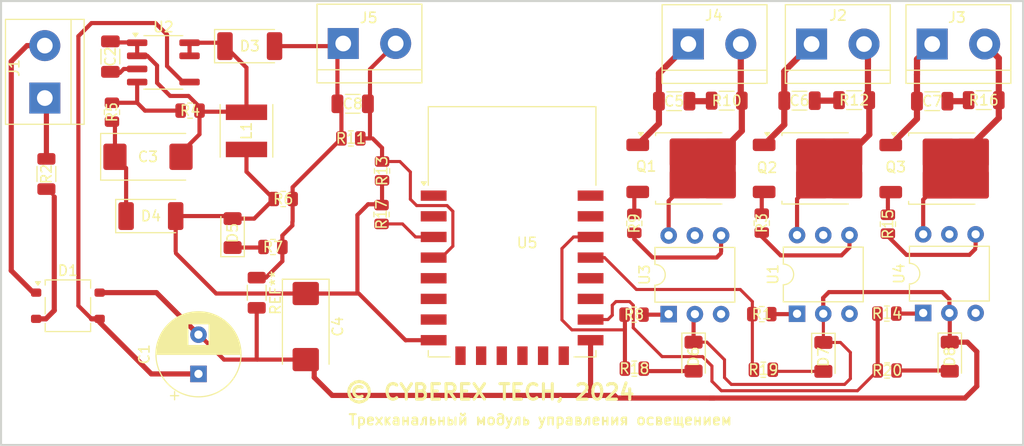
<source format=kicad_pcb>
(kicad_pcb (version 20240108) (generator "pcbnew") (generator_version "8.0")
  (layers (0 "F.Cu" signal) (31 "B.Cu" signal) (34 "B.Paste" user) (35 "F.Paste" user) (36 "B.SilkS" user "B.Silkscreen") (37 "F.SilkS" user "F.Silkscreen") (38 "B.Mask" user) (39 "F.Mask" user) (44 "Edge.Cuts" user))
  (net 0 "")
  (net 1 "GND")
  (net 2 "Net-(U2-BP)")
  (net 3 "Net-(D3-K)")
  (net 4 "Net-(D4-K)")
  (net 5 "VCC")
  (net 6 "Net-(C5-Pad1)")
  (net 7 "Net-(J4-Pin_1)")
  (net 8 "Net-(J2-Pin_1)")
  (net 9 "Net-(C6-Pad1)")
  (net 10 "Net-(J3-Pin_1)")
  (net 11 "Net-(C7-Pad1)")
  (net 12 "Net-(J5-Pin_2)")
  (net 13 "Net-(J1-Pin_2)")
  (net 14 "Net-(D1-Pad2)")
  (net 15 "Net-(D1-+)")
  (net 16 "Net-(D5-K)")
  (net 17 "Net-(D6-A)")
  (net 18 "Net-(D7-A)")
  (net 19 "Net-(D8-A)")
  (net 20 "Net-(J1-Pin_1)")
  (net 21 "Net-(J2-Pin_2)")
  (net 22 "Net-(J3-Pin_2)")
  (net 23 "Net-(J4-Pin_2)")
  (net 24 "Net-(Q1-G)")
  (net 25 "Net-(Q2-G)")
  (net 26 "Net-(Q3-G)")
  (net 27 "Net-(U5-GPIO4)")
  (net 28 "Net-(R1-Pad1)")
  (net 29 "Net-(R3-Pad1)")
  (net 30 "Net-(U2-FB)")
  (net 31 "Net-(U5-GPIO5)")
  (net 32 "Net-(R8-Pad1)")
  (net 33 "Net-(R9-Pad1)")
  (net 34 "Net-(U5-GPIO15)")
  (net 35 "Net-(R14-Pad1)")
  (net 36 "Net-(R15-Pad1)")
  (net 37 "Net-(U5-EN)")
  (footprint "Package_TO_SOT_SMD:TO-269AA" (layer "F.Cu") (at 127.9144 105.0036)
    (property "Reference" "D1")
    (property "Value" "RMB4S")
  )
  (footprint "Resistor_SMD:R_0805_2012Metric" (layer "F.Cu") (at 155.321 88.7984 180)
    (property "Reference" "R11")
    (property "Value" "4.7k")
  )
  (footprint "Package_DIP:DIP-6_W7.62mm" (layer "F.Cu") (at 186.1058 105.8164 90)
    (property "Reference" "U3")
    (property "Value" "MOC3052M")
  )
  (footprint "Resistor_SMD:R_0805_2012Metric" (layer "F.Cu") (at 195.1247 105.8164 180)
    (property "Reference" "R1")
    (property "Value" "330")
  )
  (footprint "TerminalBlock:TerminalBlock_bornier-2_P5.08mm" (layer "F.Cu") (at 125.6792 84.8868 90)
    (property "Reference" "J1")
    (property "Value" "input 240V AC")
  )
  (footprint "Resistor_SMD:R_0805_2012Metric" (layer "F.Cu") (at 182.7511 105.8672 180)
    (property "Reference" "R8")
    (property "Value" "330")
  )
  (footprint "Resistor_SMD:R_0805_2012Metric" (layer "F.Cu") (at 148.7697 94.6658)
    (property "Reference" "R6")
    (property "Value" "1.5k")
  )
  (footprint "TerminalBlock:TerminalBlock_bornier-2_P5.08mm" (layer "F.Cu") (at 188.0108 79.6544)
    (property "Reference" "J4")
    (property "Value" "CHANNEL 1")
  )
  (footprint "Resistor_SMD:R_0805_2012Metric" (layer "F.Cu") (at 139.7489 86.106)
    (property "Reference" "R4")
    (property "Value" "2k")
  )
  (footprint "LED_SMD:LED_1206_3216Metric" (layer "F.Cu") (at 213.3346 109.9342 -90)
    (property "Reference" "D8")
    (property "Value" "LED")
  )
  (footprint "Capacitor_SMD:C_1206_3216Metric" (layer "F.Cu") (at 186.6374 85.1916 180)
    (property "Reference" "C5")
    (property "Value" "10n")
  )
  (footprint "Capacitor_SMD:C_1206_3216Metric" (layer "F.Cu") (at 198.7786 85.1408 180)
    (property "Reference" "C6")
    (property "Value" "10n")
  )
  (footprint "Resistor_SMD:R_0805_2012Metric" (layer "F.Cu") (at 158.3436 91.9461 90)
    (property "Reference" "R13")
    (property "Value" "1k")
  )
  (footprint "Capacitor_Tantalum_SMD:CP_EIA-7343-31_Kemet-D_Pad2.25x2.55mm_HandSolder" (layer "F.Cu") (at 150.9522 107.02 -90)
    (property "Reference" "C4")
    (property "Value" "100uF 16V")
  )
  (footprint "Package_SO:SOP-8_3.76x4.96mm_P1.27mm" (layer "F.Cu") (at 137.16 81.4324)
    (property "Reference" "U2")
    (property "Value" "LNK306G")
  )
  (footprint "Resistor_SMD:R_0805_2012Metric" (layer "F.Cu") (at 132.1816 86.2565 -90)
    (property "Reference" "R5")
    (property "Value" "2.2k")
  )
  (footprint "Resistor_SMD:R_0805_2012Metric" (layer "F.Cu") (at 158.2928 96.1663 -90)
    (property "Reference" "R17")
    (property "Value" "1k")
  )
  (footprint "LED_SMD:LED_1206_3216Metric" (layer "F.Cu") (at 201.0918 109.9596 -90)
    (property "Reference" "D7")
    (property "Value" "LED")
  )
  (footprint "Capacitor_SMD:C_1206_3216Metric" (layer "F.Cu") (at 211.631 85.1916 180)
    (property "Reference" "C7")
    (property "Value" "10n")
  )
  (footprint "Package_TO_SOT_SMD:TO-252-2" (layer "F.Cu") (at 188.1486 91.7)
    (property "Reference" "Q1")
    (property "Value" "BT136-600")
  )
  (footprint "Resistor_SMD:R_1206_3216Metric" (layer "F.Cu") (at 125.8316 92.2421 -90)
    (property "Reference" "R2")
    (property "Value" "2")
  )
  (footprint "Capacitor_SMD:C_1206_3216Metric" (layer "F.Cu") (at 132.0292 80.8718 -90)
    (property "Reference" "C2")
    (property "Value" "100n")
  )
  (footprint "Resistor_SMD:R_1206_3216Metric" (layer "F.Cu") (at 191.7299 85.1408 180)
    (property "Reference" "R10")
    (property "Value" "39")
  )
  (footprint "Resistor_SMD:R_0805_2012Metric" (layer "F.Cu") (at 207.3402 97.1061 90)
    (property "Reference" "R15")
    (property "Value" "600")
  )
  (footprint "Resistor_SMD:R_0805_2012Metric" (layer "F.Cu") (at 207.2659 111.2774)
    (property "Reference" "R20")
    (property "Value" "470")
  )
  (footprint "Diode_SMD:D_MELF" (layer "F.Cu") (at 135.9538 96.3168)
    (property "Reference" "D4")
    (property "Value" "UF4005 US1J")
  )
  (footprint "Package_TO_SOT_SMD:TO-252-2" (layer "F.Cu") (at 200.3914 91.7)
    (property "Reference" "Q2")
    (property "Value" "BT136-600")
  )
  (footprint "Resistor_SMD:R_1206_3216Metric" (layer "F.Cu") (at 216.6219 85.09 180)
    (property "Reference" "R16")
    (property "Value" "39")
  )
  (footprint "Resistor_SMD:R_0805_2012Metric" (layer "F.Cu") (at 182.7784 97.0261 90)
    (property "Reference" "R9")
    (property "Value" "600")
  )
  (footprint "Capacitor_Tantalum_SMD:CP_EIA-7343-31_Kemet-D_Pad2.25x2.55mm_HandSolder" (layer "F.Cu") (at 135.6712 90.5764)
    (property "Reference" "C3")
    (property "Value" "10uF 16V")
  )
  (footprint "Resistor_SMD:R_1206_3216Metric" (layer "F.Cu") (at 204.0743 85.09 180)
    (property "Reference" "R12")
    (property "Value" "39")
  )
  (footprint "LED_SMD:LED_1206_3216Metric" (layer "F.Cu") (at 143.8656 97.9648 90)
    (property "Reference" "D5")
    (property "Value" "LED")
  )
  (footprint "Resistor_SMD:R_1206_3216Metric" (layer "F.Cu") (at 146.2024 103.7443 -90)
    (property "Reference" "REF**")
    (property "Value" "R_1206_3216Metric")
  )
  (footprint "Capacitor_THT:CP_Radial_D8.0mm_P3.80mm" (layer "F.Cu") (at 140.5636 111.606851 90)
    (property "Reference" "C1")
    (property "Value" "10uF 400V")
  )
  (footprint "Package_TO_SOT_SMD:TO-252-2" (layer "F.Cu") (at 212.6574 91.7184)
    (property "Reference" "Q3")
    (property "Value" "BT136-600")
  )
  (footprint "TerminalBlock:TerminalBlock_bornier-2_P5.08mm" (layer "F.Cu") (at 154.5844 79.6036)
    (property "Reference" "J5")
    (property "Value" "SWITCH")
  )
  (footprint "Resistor_SMD:R_0805_2012Metric" (layer "F.Cu") (at 147.7753 99.314 180)
    (property "Reference" "R7")
    (property "Value" "470")
  )
  (footprint "Resistor_SMD:R_0805_2012Metric" (layer "F.Cu") (at 195.1228 97.0007 90)
    (property "Reference" "R3")
    (property "Value" "600")
  )
  (footprint "Package_DIP:DIP-6_W7.62mm" (layer "F.Cu") (at 198.5414 105.781 90)
    (property "Reference" "U1")
    (property "Value" "MOC3052M")
  )
  (footprint "Capacitor_SMD:C_1206_3216Metric" (layer "F.Cu") (at 155.497 85.4456)
    (property "Reference" "C8")
    (property "Value" "100n")
  )
  (footprint "Inductor_SMD:L_Taiyo-Yuden_NR-50xx" (layer "F.Cu") (at 145.2118 88.0652 -90)
    (property "Reference" "L1")
    (property "Value" "1mH")
  )
  (footprint "Package_DIP:DIP-6_W7.62mm" (layer "F.Cu") (at 210.7588 105.7048 90)
    (property "Reference" "U4")
    (property "Value" "MOC3052M")
  )
  (footprint "Resistor_SMD:R_0805_2012Metric" (layer "F.Cu") (at 207.2405 105.7656 180)
    (property "Reference" "R14")
    (property "Value" "330")
  )
  (footprint "TerminalBlock:TerminalBlock_bornier-2_P5.08mm" (layer "F.Cu") (at 199.9488 79.6544)
    (property "Reference" "J2")
    (property "Value" "CHANNEL 2")
  )
  (footprint "TerminalBlock:TerminalBlock_bornier-2_P5.08mm" (layer "F.Cu") (at 211.6328 79.6544)
    (property "Reference" "J3")
    (property "Value" "CHANNEL 3")
  )
  (footprint "Diode_SMD:D_MELF" (layer "F.Cu") (at 145.5296 79.8576)
    (property "Reference" "D3")
    (property "Value" "UF4005 US1J")
  )
  (footprint "Resistor_SMD:R_0805_2012Metric" (layer "F.Cu") (at 182.7803 111.0996)
    (property "Reference" "R18")
    (property "Value" "470")
  )
  (footprint "RF_Module:ESP-12E" (layer "F.Cu") (at 170.942 97.8408)
    (property "Reference" "U5")
    (property "Value" "ESP-12E")
  )
  (footprint "Resistor_SMD:R_0805_2012Metric" (layer "F.Cu") (at 195.2771 111.2012)
    (property "Reference" "R19")
    (property "Value" "470")
  )
  (footprint "LED_SMD:LED_1206_3216Metric" (layer "F.Cu") (at 188.5188 109.9342 -90)
    (property "Reference" "D6")
    (property "Value" "LED")
  )
  (gr_rect (start 121.4374 75.4888) (end 220.4374 118.4888) (stroke (width 0.2)) (fill none) (layer "Edge.Cuts"))
  (gr_text "© CYBEREX TECH, 2024" (at 154.6352 114.2492 0) (layer "F.SilkS") (effects (font (size 1.5 1.5) (thickness 0.3) (bold yes)) (justify left bottom)))
  (gr_text "Трехканальный модуль управления освещением" (at 154.9908 116.6368 0) (layer "F.SilkS") (effects (font (size 1 1) (thickness 0.2) (bold yes)) (justify left bottom)))
  (segment (start 150.9522 110.22) (end 151.773 111.0408) (width 0.2) (layer "F.Cu") (net 1))
  (segment (start 147.0954 102.2818) (end 148.6878 100.6894) (width 0.4) (layer "F.Cu") (net 1))
  (segment (start 213.2988 104.3836) (end 212.598 103.6828) (width 0.4) (layer "F.Cu") (net 1))
  (segment (start 151.773 111.9458) (end 153.5176 113.6904) (width 0.5) (layer "F.Cu") (net 1))
  (segment (start 203.708 109.5248) (end 202.7428 108.5596) (width 0.3) (layer "F.Cu") (net 1))
  (segment (start 201.0664 104.2416) (end 201.0664 104.4448) (width 0.4) (layer "F.Cu") (net 1))
  (segment (start 146.2532 110.22) (end 150.9522 110.22) (width 0.4) (layer "F.Cu") (net 1))
  (segment (start 149.6568 97.2312) (end 149.6568 96.8756) (width 0.4) (layer "F.Cu") (net 1))
  (segment (start 188.5188 105.9434) (end 188.6458 105.8164) (width 0.2) (layer "F.Cu") (net 1))
  (segment (start 130.9894 103.7336) (end 136.490349 103.7336) (width 0.5) (layer "F.Cu") (net 1))
  (segment (start 153.5176 113.6904) (end 180.848 113.6904) (width 0.5) (layer "F.Cu") (net 1))
  (segment (start 154.4085 88.7984) (end 154.4085 85.8321) (width 0.4) (layer "F.Cu") (net 1))
  (segment (start 148.6878 100.6894) (end 148.6878 99.314) (width 0.4) (layer "F.Cu") (net 1))
  (segment (start 201.0814 104.4598) (end 201.0814 105.781) (width 0.4) (layer "F.Cu") (net 1))
  (segment (start 146.2024 102.2818) (end 147.0954 102.2818) (width 0.4) (layer "F.Cu") (net 1))
  (segment (start 178.542 108.3408) (end 178.542 113.6904) (width 0.5) (layer "F.Cu") (net 1))
  (segment (start 154.022 80.166) (end 154.5844 79.6036) (width 0.2) (layer "F.Cu") (net 1))
  (segment (start 136.490349 103.7336) (end 140.5636 107.806851) (width 0.5) (layer "F.Cu") (net 1))
  (segment (start 201.0918 108.5596) (end 201.0918 105.7914) (width 0.3) (layer "F.Cu") (net 1))
  (segment (start 215.9508 112.8014) (end 215.9508 109.4486) (width 0.5) (layer "F.Cu") (net 1))
  (segment (start 178.542 113.6904) (end 180.848 113.6904) (width 0.2) (layer "F.Cu") (net 1))
  (segment (start 214.8078 113.9444) (end 215.9508 112.8014) (width 0.5) (layer "F.Cu") (net 1))
  (segment (start 181.102 113.9444) (end 190.5508 113.9444) (width 0.5) (layer "F.Cu") (net 1))
  (segment (start 213.3346 108.5342) (end 213.3346 105.7406) (width 0.4) (layer "F.Cu") (net 1))
  (segment (start 202.7428 108.5596) (end 201.0918 108.5596) (width 0.3) (layer "F.Cu") (net 1))
  (segment (start 213.2988 105.7048) (end 213.2988 104.3836) (width 0.4) (layer "F.Cu") (net 1))
  (segment (start 192.1764 112.6236) (end 203.1492 112.6236) (width 0.3) (layer "F.Cu") (net 1))
  (segment (start 147.9296 79.8576) (end 154.3304 79.8576) (width 0.4) (layer "F.Cu") (net 1))
  (segment (start 215.9508 109.4486) (end 215.0364 108.5342) (width 0.5) (layer "F.Cu") (net 1))
  (segment (start 148.6878 99.314) (end 148.6878 98.2002) (width 0.4) (layer "F.Cu") (net 1))
  (segment (start 212.598 103.6828) (end 201.6252 103.6828) (width 0.4) (layer "F.Cu") (net 1))
  (segment (start 190.0428 113.9444) (end 214.8078 113.9444) (width 0.5) (layer "F.Cu") (net 1))
  (segment (start 140.623651 107.806851) (end 143.0368 110.22) (width 0.4) (layer "F.Cu") (net 1))
  (segment (start 191.516 111.9632) (end 192.1764 112.6236) (width 0.3) (layer "F.Cu") (net 1))
  (segment (start 143.0368 110.22) (end 146.2532 110.22) (width 0.4) (layer "F.Cu") (net 1))
  (segment (start 149.6822 93.5247) (end 154.4085 88.7984) (width 0.4) (layer "F.Cu") (net 1))
  (segment (start 149.6822 96.8502) (end 149.6822 94.6658) (width 0.4) (layer "F.Cu") (net 1))
  (segment (start 203.1492 112.6236) (end 203.708 112.0648) (width 0.3) (layer "F.Cu") (net 1))
  (segment (start 201.6252 103.6828) (end 201.0664 104.2416) (width 0.4) (layer "F.Cu") (net 1))
  (segment (start 201.0918 105.7914) (end 201.0814 105.781) (width 0.2) (layer "F.Cu") (net 1))
  (segment (start 151.773 111.0408) (end 151.773 111.9458) (width 0.5) (layer "F.Cu") (net 1))
  (segment (start 189.8142 108.5342) (end 191.516 110.236) (width 0.3) (layer "F.Cu") (net 1))
  (segment (start 148.6878 98.2002) (end 149.6568 97.2312) (width 0.4) (layer "F.Cu") (net 1))
  (segment (start 191.516 110.236) (end 191.516 111.9632) (width 0.3) (layer "F.Cu") (net 1))
  (segment (start 188.5188 108.5342) (end 189.8142 108.5342) (width 0.3) (layer "F.Cu") (net 1))
  (segment (start 201.0664 104.4448) (end 201.0814 104.4598) (width 0.2) (layer "F.Cu") (net 1))
  (segment (start 213.3346 105.7406) (end 213.2988 105.7048) (width 0.2) (layer "F.Cu") (net 1))
  (segment (start 154.4085 85.8321) (end 154.022 85.4456) (width 0.2) (layer "F.Cu") (net 1))
  (segment (start 149.6822 94.6658) (end 149.6822 93.5247) (width 0.4) (layer "F.Cu") (net 1))
  (segment (start 154.022 85.4456) (end 154.022 80.166) (width 0.4) (layer "F.Cu") (net 1))
  (segment (start 149.6568 96.8756) (end 149.6822 96.8502) (width 0.2) (layer "F.Cu") (net 1))
  (segment (start 146.2024 110.1692) (end 146.2532 110.22) (width 0.2) (layer "F.Cu") (net 1))
  (segment (start 154.3304 79.8576) (end 154.5844 79.6036) (width 0.2) (layer "F.Cu") (net 1))
  (segment (start 180.848 113.6904) (end 181.102 113.9444) (width 0.5) (layer "F.Cu") (net 1))
  (segment (start 146.2024 105.2068) (end 146.2024 110.1692) (width 0.4) (layer "F.Cu") (net 1))
  (segment (start 215.0364 108.5342) (end 213.3346 108.5342) (width 0.5) (layer "F.Cu") (net 1))
  (segment (start 203.708 112.0648) (end 203.708 109.5248) (width 0.3) (layer "F.Cu") (net 1))
  (segment (start 140.5636 107.806851) (end 140.623651 107.806851) (width 0.2) (layer "F.Cu") (net 1))
  (segment (start 188.5188 108.5342) (end 188.5188 105.9434) (width 0.4) (layer "F.Cu") (net 1))
  (segment (start 132.9436 82.4484) (end 133.3246 82.0674) (width 0.4) (layer "F.Cu") (net 2))
  (segment (start 131.572 82.4484) (end 132.9436 82.4484) (width 0.4) (layer "F.Cu") (net 2))
  (segment (start 133.3246 82.0674) (end 134.6225 82.0674) (width 0.4) (layer "F.Cu") (net 2))
  (segment (start 145.2118 81.9398) (end 143.1296 79.8576) (width 0.4) (layer "F.Cu") (net 3))
  (segment (start 138.8712 90.186) (end 140.6652 88.392) (width 0.4) (layer "F.Cu") (net 3))
  (segment (start 139.6975 79.5274) (end 142.7994 79.5274) (width 0.4) (layer "F.Cu") (net 3))
  (segment (start 131.572 79.4984) (end 134.5935 79.4984) (width 0.4) (layer "F.Cu") (net 3))
  (segment (start 145.2118 86.2652) (end 145.2118 81.9398) (width 0.4) (layer "F.Cu") (net 3))
  (segment (start 140.6614 85.7466) (end 140.6614 86.106) (width 0.2) (layer "F.Cu") (net 3))
  (segment (start 140.6614 88.3882) (end 140.6614 86.2076) (width 0.4) (layer "F.Cu") (net 3))
  (segment (start 142.7994 79.5274) (end 143.1296 79.8576) (width 0.2) (layer "F.Cu") (net 3))
  (segment (start 139.5984 84.6836) (end 140.6614 85.7466) (width 0.4) (layer "F.Cu") (net 3))
  (segment (start 136.5504 83.4136) (end 137.8204 84.6836) (width 0.4) (layer "F.Cu") (net 3))
  (segment (start 134.5935 79.4984) (end 134.6225 79.5274) (width 0.2) (layer "F.Cu") (net 3))
  (segment (start 138.8712 90.5764) (end 138.8712 90.186) (width 0.2) (layer "F.Cu") (net 3))
  (segment (start 139.6975 80.7974) (end 139.6975 79.5274) (width 0.4) (layer "F.Cu") (net 3))
  (segment (start 145.1542 86.2076) (end 145.2118 86.2652) (width 0.2) (layer "F.Cu") (net 3))
  (segment (start 134.6225 80.7974) (end 135.609999 80.7974) (width 0.4) (layer "F.Cu") (net 3))
  (segment (start 137.8204 84.6836) (end 139.5984 84.6836) (width 0.4) (layer "F.Cu") (net 3))
  (segment (start 136.5504 81.737801) (end 136.5504 83.4136) (width 0.4) (layer "F.Cu") (net 3))
  (segment (start 140.6614 86.2076) (end 145.1542 86.2076) (width 0.4) (layer "F.Cu") (net 3))
  (segment (start 134.6225 80.7974) (end 134.6225 79.5274) (width 0.4) (layer "F.Cu") (net 3))
  (segment (start 140.6652 88.392) (end 140.6614 88.3882) (width 0.2) (layer "F.Cu") (net 3))
  (segment (start 135.609999 80.7974) (end 136.5504 81.737801) (width 0.4) (layer "F.Cu") (net 3))
  (segment (start 132.4712 90.5764) (end 132.4712 87.4586) (width 0.4) (layer "F.Cu") (net 4))
  (segment (start 133.5538 96.3168) (end 133.5538 91.659) (width 0.4) (layer "F.Cu") (net 4))
  (segment (start 133.5538 91.659) (end 132.4712 90.5764) (width 0.2) (layer "F.Cu") (net 4))
  (segment (start 132.4712 87.4586) (end 132.1816 87.169) (width 0.2) (layer "F.Cu") (net 4))
  (segment (start 145.9582 96.5648) (end 147.8572 94.6658) (width 0.4) (layer "F.Cu") (net 5))
  (segment (start 155.956 96.2152) (end 156.972 95.1992) (width 0.4) (layer "F.Cu") (net 5))
  (segment (start 160.6452 108.3408) (end 163.342 108.3408) (width 0.4) (layer "F.Cu") (net 5))
  (segment (start 156.9974 95.1738) (end 158.2458 95.1738) (width 0.4) (layer "F.Cu") (net 5))
  (segment (start 142.2756 103.82) (end 138.3792 99.9236) (width 0.4) (layer "F.Cu") (net 5))
  (segment (start 155.956 103.82) (end 155.956 96.2152) (width 0.4) (layer "F.Cu") (net 5))
  (segment (start 150.9522 103.82) (end 155.956 103.82) (width 0.4) (layer "F.Cu") (net 5))
  (segment (start 138.3538 96.3168) (end 143.6176 96.3168) (width 0.4) (layer "F.Cu") (net 5))
  (segment (start 138.3538 99.7458) (end 138.3538 96.3168) (width 0.4) (layer "F.Cu") (net 5))
  (segment (start 145.2118 89.8652) (end 145.2118 92.0204) (width 0.4) (layer "F.Cu") (net 5))
  (segment (start 143.6176 96.3168) (end 143.8656 96.5648) (width 0.2) (layer "F.Cu") (net 5))
  (segment (start 156.0932 103.82) (end 160.6296 108.3564) (width 0.4) (layer "F.Cu") (net 5))
  (segment (start 156.972 95.1992) (end 156.9974 95.1738) (width 0.4) (layer "F.Cu") (net 5))
  (segment (start 158.3436 92.8586) (end 158.3436 95.076) (width 0.4) (layer "F.Cu") (net 5))
  (segment (start 143.8656 96.5648) (end 145.9582 96.5648) (width 0.4) (layer "F.Cu") (net 5))
  (segment (start 150.9522 103.82) (end 142.2756 103.82) (width 0.4) (layer "F.Cu") (net 5))
  (segment (start 138.3792 99.7712) (end 138.3538 99.7458) (width 0.2) (layer "F.Cu") (net 5))
  (segment (start 160.6296 108.3564) (end 160.6452 108.3408) (width 0.2) (layer "F.Cu") (net 5))
  (segment (start 145.2118 92.0204) (end 147.8572 94.6658) (width 0.4) (layer "F.Cu") (net 5))
  (segment (start 138.3792 99.9236) (end 138.3792 99.7712) (width 0.2) (layer "F.Cu") (net 5))
  (segment (start 158.3436 95.076) (end 158.2458 95.1738) (width 0.2) (layer "F.Cu") (net 5))
  (segment (start 155.956 103.82) (end 156.0932 103.82) (width 0.2) (layer "F.Cu") (net 5))
  (segment (start 190.2166 85.1916) (end 190.2674 85.1408) (width 0.2) (layer "F.Cu") (net 6))
  (segment (start 188.1124 85.1916) (end 190.2166 85.1916) (width 0.6) (layer "F.Cu") (net 6))
  (segment (start 185.166 83.0072) (end 185.1624 83.0108) (width 0.2) (layer "F.Cu") (net 7))
  (segment (start 183.1086 89.42) (end 185.1624 87.3662) (width 0.6) (layer "F.Cu") (net 7))
  (segment (start 185.166 82.4992) (end 185.166 83.0072) (width 0.6) (layer "F.Cu") (net 7))
  (segment (start 188.0108 79.6544) (end 185.166 82.4992) (width 0.6) (layer "F.Cu") (net 7))
  (segment (start 185.1624 83.0108) (end 185.1624 85.1916) (width 0.6) (layer "F.Cu") (net 7))
  (segment (start 185.1624 87.3662) (end 185.1624 85.1916) (width 0.6) (layer "F.Cu") (net 7))
  (segment (start 197.3036 82.2996) (end 199.9488 79.6544) (width 0.6) (layer "F.Cu") (net 8))
  (segment (start 195.3514 89.42) (end 197.3036 87.4678) (width 0.6) (layer "F.Cu") (net 8))
  (segment (start 197.3036 85.1408) (end 197.3036 82.2996) (width 0.6) (layer "F.Cu") (net 8))
  (segment (start 197.3036 87.4678) (end 197.3036 85.1408) (width 0.6) (layer "F.Cu") (net 8))
  (segment (start 200.2536 85.1408) (end 202.561 85.1408) (width 0.6) (layer "F.Cu") (net 9))
  (segment (start 202.561 85.1408) (end 202.6118 85.09) (width 0.2) (layer "F.Cu") (net 9))
  (segment (start 210.156 86.8998) (end 210.156 85.1916) (width 0.6) (layer "F.Cu") (net 10))
  (segment (start 210.1596 82.6008) (end 210.156 82.6044) (width 0.2) (layer "F.Cu") (net 10))
  (segment (start 207.6174 89.4384) (end 210.156 86.8998) (width 0.6) (layer "F.Cu") (net 10))
  (segment (start 210.1596 81.1276) (end 210.1596 82.6008) (width 0.6) (layer "F.Cu") (net 10))
  (segment (start 210.156 82.6044) (end 210.156 85.1916) (width 0.6) (layer "F.Cu") (net 10))
  (segment (start 211.6328 79.6544) (end 210.1596 81.1276) (width 0.6) (layer "F.Cu") (net 10))
  (segment (start 215.0578 85.1916) (end 215.1594 85.09) (width 0.2) (layer "F.Cu") (net 11))
  (segment (start 213.106 85.1916) (end 215.0578 85.1916) (width 0.6) (layer "F.Cu") (net 11))
  (segment (start 160.0708 91.0336) (end 161.0868 92.0496) (width 0.3) (layer "F.Cu") (net 12))
  (segment (start 157.1752 82.0928) (end 159.6644 79.6036) (width 0.4) (layer "F.Cu") (net 12))
  (segment (start 165.2016 99.2312) (end 164.092 100.3408) (width 0.3) (layer "F.Cu") (net 12))
  (segment (start 161.0868 94.6912) (end 161.6964 95.3008) (width 0.3) (layer "F.Cu") (net 12))
  (segment (start 157.1752 88.7984) (end 157.4292 88.7984) (width 0.2) (layer "F.Cu") (net 12))
  (segment (start 157.1752 88.7984) (end 157.1752 82.0928) (width 0.4) (layer "F.Cu") (net 12))
  (segment (start 164.092 100.3408) (end 163.342 100.3408) (width 0.2) (layer "F.Cu") (net 12))
  (segment (start 157.4292 88.7984) (end 158.3436 89.7128) (width 0.4) (layer "F.Cu") (net 12))
  (segment (start 165.2016 95.8596) (end 165.2016 99.2312) (width 0.3) (layer "F.Cu") (net 12))
  (segment (start 156.2335 88.7984) (end 157.1752 88.7984) (width 0.4) (layer "F.Cu") (net 12))
  (segment (start 161.6964 95.3008) (end 164.6428 95.3008) (width 0.3) (layer "F.Cu") (net 12))
  (segment (start 161.0868 92.0496) (end 161.0868 94.6912) (width 0.3) (layer "F.Cu") (net 12))
  (segment (start 158.3436 91.0336) (end 160.0708 91.0336) (width 0.3) (layer "F.Cu") (net 12))
  (segment (start 158.3436 89.7128) (end 158.3436 91.0336) (width 0.4) (layer "F.Cu") (net 12))
  (segment (start 164.6428 95.3008) (end 165.2016 95.8596) (width 0.3) (layer "F.Cu") (net 12))
  (segment (start 124.5616 103.7336) (end 122.428 101.6) (width 0.5) (layer "F.Cu") (net 13))
  (segment (start 124.8394 103.7336) (end 124.5616 103.7336) (width 0.2) (layer "F.Cu") (net 13))
  (segment (start 123.952 79.8068) (end 125.6792 79.8068) (width 0.5) (layer "F.Cu") (net 13))
  (segment (start 122.428 101.6) (end 122.428 81.3308) (width 0.5) (layer "F.Cu") (net 13))
  (segment (start 122.428 81.3308) (end 123.952 79.8068) (width 0.5) (layer "F.Cu") (net 13))
  (segment (start 126.5936 94.4666) (end 126.5936 105.4608) (width 0.5) (layer "F.Cu") (net 14))
  (segment (start 125.8316 93.7046) (end 126.5936 94.4666) (width 0.2) (layer "F.Cu") (net 14))
  (segment (start 125.7808 106.2736) (end 124.8394 106.2736) (width 0.5) (layer "F.Cu") (net 14))
  (segment (start 126.5936 105.4608) (end 125.7808 106.2736) (width 0.5) (layer "F.Cu") (net 14))
  (segment (start 139.065 83.3374) (end 139.6975 83.3374) (width 0.2) (layer "F.Cu") (net 15))
  (segment (start 130.9894 106.6054) (end 135.9916 111.6076) (width 0.5) (layer "F.Cu") (net 15))
  (segment (start 137.5156 81.788) (end 139.065 83.3374) (width 0.4) (layer "F.Cu") (net 15))
  (segment (start 137.5156 78.74) (end 137.5156 81.788) (width 0.4) (layer "F.Cu") (net 15))
  (segment (start 128.9304 78.8924) (end 130.2004 77.6224) (width 0.4) (layer "F.Cu") (net 15))
  (segment (start 130.2004 77.6224) (end 136.398 77.6224) (width 0.4) (layer "F.Cu") (net 15))
  (segment (start 130.9894 106.2736) (end 130.9894 106.6054) (width 0.2) (layer "F.Cu") (net 15))
  (segment (start 128.9304 105.0036) (end 128.9304 78.8924) (width 0.4) (layer "F.Cu") (net 15))
  (segment (start 135.992349 111.606851) (end 140.5636 111.606851) (width 0.5) (layer "F.Cu") (net 15))
  (segment (start 130.9894 106.2736) (end 130.2004 106.2736) (width 0.5) (layer "F.Cu") (net 15))
  (segment (start 130.2004 106.2736) (end 128.9304 105.0036) (width 0.4) (layer "F.Cu") (net 15))
  (segment (start 135.9916 111.6076) (end 135.992349 111.606851) (width 0.2) (layer "F.Cu") (net 15))
  (segment (start 136.398 77.6224) (end 137.5156 78.74) (width 0.4) (layer "F.Cu") (net 15))
  (segment (start 143.8656 99.3648) (end 146.812 99.3648) (width 0.4) (layer "F.Cu") (net 16))
  (segment (start 146.812 99.3648) (end 146.8628 99.314) (width 0.2) (layer "F.Cu") (net 16))
  (segment (start 183.9274 111.3342) (end 183.6928 111.0996) (width 0.2) (layer "F.Cu") (net 17))
  (segment (start 188.5188 111.3342) (end 183.9274 111.3342) (width 0.4) (layer "F.Cu") (net 17))
  (segment (start 196.0432 111.3596) (end 196.0372 111.3536) (width 0.2) (layer "F.Cu") (net 18))
  (segment (start 201.0918 111.3596) (end 196.0432 111.3596) (width 0.3) (layer "F.Cu") (net 18))
  (segment (start 208.1784 111.2774) (end 213.2778 111.2774) (width 0.4) (layer "F.Cu") (net 19))
  (segment (start 213.2778 111.2774) (end 213.3346 111.3342) (width 0.2) (layer "F.Cu") (net 19))
  (segment (start 125.8316 85.0392) (end 125.6792 84.8868) (width 0.2) (layer "F.Cu") (net 20))
  (segment (start 125.8316 90.7796) (end 125.8316 85.0392) (width 0.5) (layer "F.Cu") (net 20))
  (segment (start 125.6792 84.8868) (end 124.3076 84.8868) (width 0.2) (layer "F.Cu") (net 20))
  (segment (start 205.0288 84.582) (end 205.5368 85.09) (width 0.2) (layer "F.Cu") (net 21))
  (segment (start 198.5414 98.161) (end 198.5414 94.66) (width 0.4) (layer "F.Cu") (net 21))
  (segment (start 205.5368 86.8934) (end 205.5368 85.09) (width 0.2) (layer "F.Cu") (net 21))
  (segment (start 203.7074 90.2512) (end 205.5368 88.4218) (width 0.6) (layer "F.Cu") (net 21))
  (segment (start 205.5114 86.9188) (end 205.5368 86.8934) (width 0.2) (layer "F.Cu") (net 21))
  (segment (start 205.4098 84.963) (end 205.5368 85.09) (width 0.6) (layer "F.Cu") (net 21))
  (segment (start 205.5368 88.4218) (end 205.5368 85.09) (width 0.6) (layer "F.Cu") (net 21))
  (segment (start 198.5414 94.66) (end 199.9764 93.225) (width 0.4) (layer "F.Cu") (net 21))
  (segment (start 205.4098 79.7306) (end 205.4098 84.963) (width 0.6) (layer "F.Cu") (net 21))
  (segment (start 215.5924 89.3092) (end 218.0844 86.8172) (width 0.6) (layer "F.Cu") (net 22))
  (segment (start 218.0844 85.09) (end 218.0844 81.026) (width 0.6) (layer "F.Cu") (net 22))
  (segment (start 218.0844 81.026) (end 216.7128 79.6544) (width 0.6) (layer "F.Cu") (net 22))
  (segment (start 210.7588 94.727) (end 212.2424 93.2434) (width 0.4) (layer "F.Cu") (net 22))
  (segment (start 210.7588 98.0848) (end 210.7588 94.727) (width 0.4) (layer "F.Cu") (net 22))
  (segment (start 215.5924 90.1934) (end 215.5924 89.3092) (width 0.2) (layer "F.Cu") (net 22))
  (segment (start 218.0844 86.8172) (end 218.0844 85.09) (width 0.6) (layer "F.Cu") (net 22))
  (segment (start 193.0908 79.6544) (end 193.0908 85.0392) (width 0.6) (layer "F.Cu") (net 23))
  (segment (start 186.1058 98.1964) (end 186.1058 94.8528) (width 0.4) (layer "F.Cu") (net 23))
  (segment (start 193.1924 88.0662) (end 191.0836 90.175) (width 0.6) (layer "F.Cu") (net 23))
  (segment (start 193.1924 85.1408) (end 193.1924 88.0662) (width 0.6) (layer "F.Cu") (net 23))
  (segment (start 186.1058 94.8528) (end 187.7336 93.225) (width 0.4) (layer "F.Cu") (net 23))
  (segment (start 193.0908 85.0392) (end 193.1924 85.1408) (width 0.2) (layer "F.Cu") (net 23))
  (segment (start 182.7784 96.1136) (end 182.7784 94.3102) (width 0.4) (layer "F.Cu") (net 24))
  (segment (start 182.7784 94.3102) (end 183.1086 93.98) (width 0.2) (layer "F.Cu") (net 24))
  (segment (start 195.1228 94.2086) (end 195.3514 93.98) (width 0.2) (layer "F.Cu") (net 25))
  (segment (start 195.1228 96.0882) (end 195.1228 94.2086) (width 0.4) (layer "F.Cu") (net 25))
  (segment (start 207.3402 94.2756) (end 207.6174 93.9984) (width 0.2) (layer "F.Cu") (net 26))
  (segment (start 207.3402 96.1936) (end 207.3402 94.2756) (width 0.4) (layer "F.Cu") (net 26))
  (segment (start 194.2122 111.3536) (end 194.2122 105.8164) (width 0.3) (layer "F.Cu") (net 27))
  (segment (start 179.8936 100.3408) (end 182.9816 103.4288) (width 0.3) (layer "F.Cu") (net 27))
  (segment (start 194.2122 104.601) (end 194.2122 105.8164) (width 0.3) (layer "F.Cu") (net 27))
  (segment (start 182.9816 103.4288) (end 193.04 103.4288) (width 0.3) (layer "F.Cu") (net 27))
  (segment (start 193.04 103.4288) (end 194.2122 104.601) (width 0.3) (layer "F.Cu") (net 27))
  (segment (start 178.542 100.3408) (end 179.8936 100.3408) (width 0.3) (layer "F.Cu") (net 27))
  (segment (start 198.506 105.8164) (end 198.5414 105.781) (width 0.2) (layer "F.Cu") (net 28))
  (segment (start 196.0372 105.8164) (end 198.506 105.8164) (width 0.4) (layer "F.Cu") (net 28))
  (segment (start 196.9516 100.1268) (end 202.8444 100.1268) (width 0.4) (layer "F.Cu") (net 29))
  (segment (start 195.1228 98.298) (end 196.9516 100.1268) (width 0.4) (layer "F.Cu") (net 29))
  (segment (start 195.1228 97.9132) (end 195.1228 98.298) (width 0.4) (layer "F.Cu") (net 29))
  (segment (start 203.6214 99.3498) (end 203.6214 98.161) (width 0.4) (layer "F.Cu") (net 29))
  (segment (start 202.8444 100.1268) (end 203.6214 99.3498) (width 0.4) (layer "F.Cu") (net 29))
  (segment (start 138.8364 86.106) (end 135.3845 86.106) (width 0.4) (layer "F.Cu") (net 30))
  (segment (start 132.1816 85.344) (end 134.6225 85.344) (width 0.4) (layer "F.Cu") (net 30))
  (segment (start 134.6225 85.344) (end 134.6225 83.3374) (width 0.4) (layer "F.Cu") (net 30))
  (segment (start 135.3845 86.106) (end 134.6225 85.344) (width 0.4) (layer "F.Cu") (net 30))
  (segment (start 176.8936 98.3408) (end 175.768 99.4664) (width 0.3) (layer "F.Cu") (net 31))
  (segment (start 181.8678 107.2896) (end 181.8678 105.8964) (width 0.4) (layer "F.Cu") (net 31))
  (segment (start 181.817 107.3404) (end 181.8678 107.2896) (width 0.2) (layer "F.Cu") (net 31))
  (segment (start 175.768 106.3752) (end 176.7332 107.3404) (width 0.3) (layer "F.Cu") (net 31))
  (segment (start 181.8678 111.0996) (end 181.8678 107.2896) (width 0.4) (layer "F.Cu") (net 31))
  (segment (start 178.542 98.3408) (end 176.8936 98.3408) (width 0.3) (layer "F.Cu") (net 31))
  (segment (start 181.8678 105.8964) (end 181.8386 105.8672) (width 0.2) (layer "F.Cu") (net 31))
  (segment (start 175.768 99.4664) (end 175.768 106.3752) (width 0.3) (layer "F.Cu") (net 31))
  (segment (start 176.7332 107.3404) (end 181.817 107.3404) (width 0.3) (layer "F.Cu") (net 31))
  (segment (start 183.6636 105.8672) (end 186.055 105.8672) (width 0.4) (layer "F.Cu") (net 32))
  (segment (start 186.055 105.8672) (end 186.1058 105.8164) (width 0.2) (layer "F.Cu") (net 32))
  (segment (start 182.7784 97.9386) (end 182.7784 98.552) (width 0.4) (layer "F.Cu") (net 33))
  (segment (start 190.754 100.33) (end 191.1604 99.9236) (width 0.4) (layer "F.Cu") (net 33))
  (segment (start 191.1604 99.7712) (end 191.1858 99.7458) (width 0.2) (layer "F.Cu") (net 33))
  (segment (start 191.1604 99.9236) (end 191.1604 99.7712) (width 0.2) (layer "F.Cu") (net 33))
  (segment (start 182.7784 98.552) (end 184.5564 100.33) (width 0.4) (layer "F.Cu") (net 33))
  (segment (start 191.1858 99.7458) (end 191.1858 98.1964) (width 0.4) (layer "F.Cu") (net 33))
  (segment (start 184.5564 100.33) (end 190.754 100.33) (width 0.4) (layer "F.Cu") (net 33))
  (segment (start 180.222 106.3408) (end 180.6448 105.918) (width 0.3) (layer "F.Cu") (net 34))
  (segment (start 190.2968 112.3188) (end 191.2112 113.2332) (width 0.3) (layer "F.Cu") (net 34))
  (segment (start 178.542 106.3408) (end 180.222 106.3408) (width 0.3) (layer "F.Cu") (net 34))
  (segment (start 189.3824 109.9312) (end 190.2968 110.8456) (width 0.3) (layer "F.Cu") (net 34))
  (segment (start 182.3212 104.5972) (end 182.6768 104.9528) (width 0.3) (layer "F.Cu") (net 34))
  (segment (start 204.3976 113.2332) (end 206.3534 111.2774) (width 0.3) (layer "F.Cu") (net 34))
  (segment (start 181.0004 104.5972) (end 182.3212 104.5972) (width 0.3) (layer "F.Cu") (net 34))
  (segment (start 206.3534 105.791) (end 206.328 105.7656) (width 0.2) (layer "F.Cu") (net 34))
  (segment (start 191.2112 113.2332) (end 204.3976 113.2332) (width 0.3) (layer "F.Cu") (net 34))
  (segment (start 185.4708 109.9312) (end 189.3824 109.9312) (width 0.3) (layer "F.Cu") (net 34))
  (segment (start 180.6448 105.918) (end 180.6448 104.9528) (width 0.3) (layer "F.Cu") (net 34))
  (segment (start 182.6768 104.9528) (end 182.6768 107.1372) (width 0.3) (layer "F.Cu") (net 34))
  (segment (start 206.3534 111.2774) (end 206.3534 105.791) (width 0.4) (layer "F.Cu") (net 34))
  (segment (start 180.6448 104.9528) (end 181.0004 104.5972) (width 0.3) (layer "F.Cu") (net 34))
  (segment (start 182.6768 107.1372) (end 185.4708 109.9312) (width 0.3) (layer "F.Cu") (net 34))
  (segment (start 190.2968 110.8456) (end 190.2968 112.3188) (width 0.3) (layer "F.Cu") (net 34))
  (segment (start 208.153 105.7656) (end 210.698 105.7656) (width 0.4) (layer "F.Cu") (net 35))
  (segment (start 210.698 105.7656) (end 210.7588 105.7048) (width 0.2) (layer "F.Cu") (net 35))
  (segment (start 215.7984 99.5172) (end 215.7984 99.314) (width 0.2) (layer "F.Cu") (net 36))
  (segment (start 209.1436 100.076) (end 215.2396 100.076) (width 0.4) (layer "F.Cu") (net 36))
  (segment (start 215.8388 99.2736) (end 215.8388 98.0848) (width 0.4) (layer "F.Cu") (net 36))
  (segment (start 215.7984 99.314) (end 215.8388 99.2736) (width 0.4) (layer "F.Cu") (net 36))
  (segment (start 207.3402 98.0186) (end 207.3402 98.2726) (width 0.2) (layer "F.Cu") (net 36))
  (segment (start 207.3402 98.2726) (end 209.1436 100.076) (width 0.4) (layer "F.Cu") (net 36))
  (segment (start 215.2396 100.076) (end 215.7984 99.5172) (width 0.4) (layer "F.Cu") (net 36))
  (segment (start 161.5868 98.3408) (end 163.342 98.3408) (width 0.3) (layer "F.Cu") (net 37))
  (segment (start 161.5868 98.3408) (end 160.3248 97.0788) (width 0.3) (layer "F.Cu") (net 37))
  (segment (start 160.3248 97.0788) (end 158.2928 97.0788) (width 0.3) (layer "F.Cu") (net 37))
)
</source>
